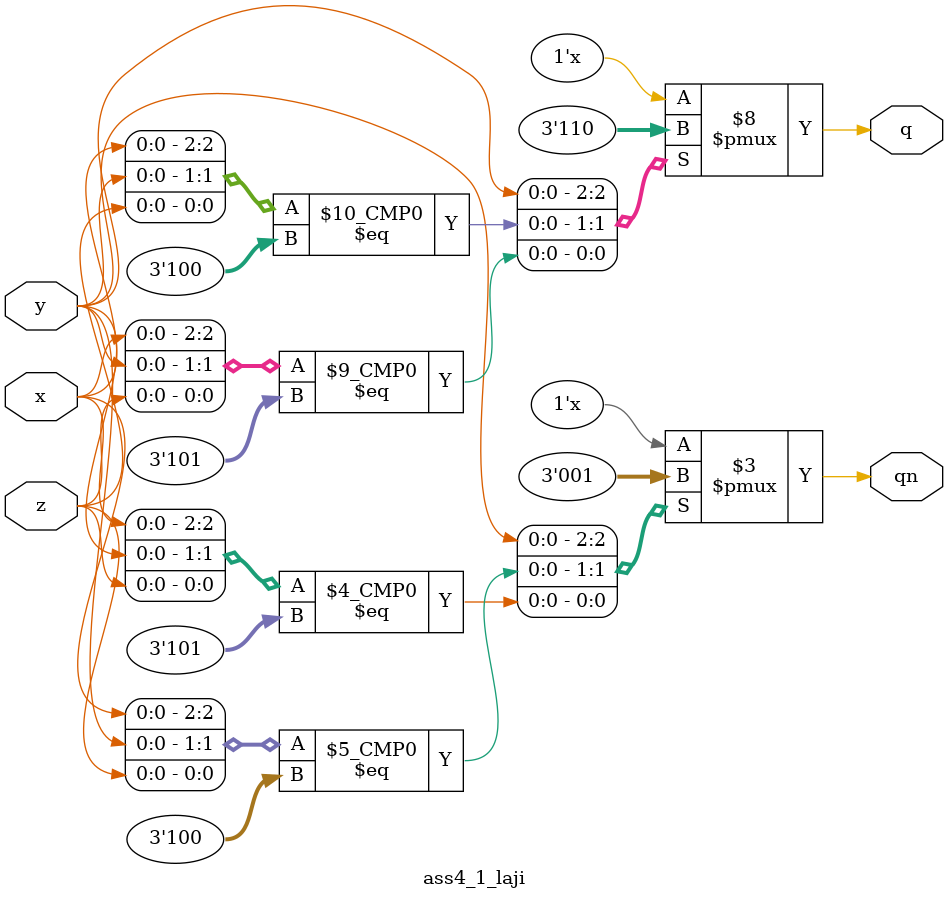
<source format=v>
`timescale 1ns / 1ps

module ass4_1_laji(
    input x,y,z,
    output reg q,
    output reg qn
    );
    always@*
    begin
        casex({x,y,z})
            3'bx1x: 
            begin
                q = 1'b1;
                qn = 1'b0;
            end
            3'b100:
            begin
                q = 1'b1;
                qn = 1'b0;
            end
            3'b101:
            begin
                q = 1'b0;
                qn = 1'b1;
            end
        endcase
    end
endmodule

</source>
